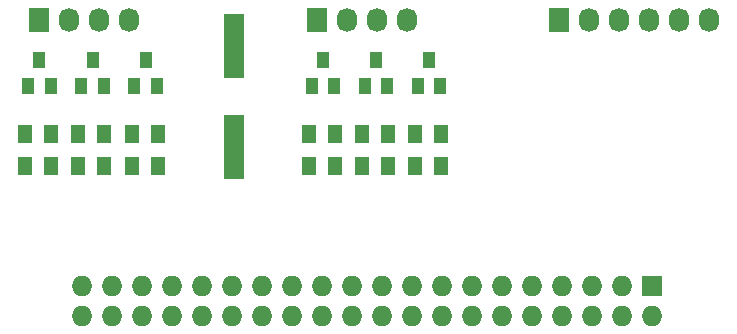
<source format=gbr>
G04 #@! TF.FileFunction,Soldermask,Top*
%FSLAX46Y46*%
G04 Gerber Fmt 4.6, Leading zero omitted, Abs format (unit mm)*
G04 Created by KiCad (PCBNEW 4.0.4-stable) date 02/07/17 10:52:47*
%MOMM*%
%LPD*%
G01*
G04 APERTURE LIST*
%ADD10C,0.100000*%
%ADD11R,1.727200X1.727200*%
%ADD12O,1.727200X1.727200*%
%ADD13R,1.800000X5.500000*%
%ADD14R,1.727200X2.032000*%
%ADD15O,1.727200X2.032000*%
%ADD16R,1.000000X1.400000*%
%ADD17R,1.300000X1.500000*%
G04 APERTURE END LIST*
D10*
D11*
X170900000Y-111520000D03*
D12*
X170900000Y-114060000D03*
X168360000Y-111520000D03*
X168360000Y-114060000D03*
X165820000Y-111520000D03*
X165820000Y-114060000D03*
X163280000Y-111520000D03*
X163280000Y-114060000D03*
X160740000Y-111520000D03*
X160740000Y-114060000D03*
X158200000Y-111520000D03*
X158200000Y-114060000D03*
X155660000Y-111520000D03*
X155660000Y-114060000D03*
X153120000Y-111520000D03*
X153120000Y-114060000D03*
X150580000Y-111520000D03*
X150580000Y-114060000D03*
X148040000Y-111520000D03*
X148040000Y-114060000D03*
X145500000Y-111520000D03*
X145500000Y-114060000D03*
X142960000Y-111520000D03*
X142960000Y-114060000D03*
X140420000Y-111520000D03*
X140420000Y-114060000D03*
X137880000Y-111520000D03*
X137880000Y-114060000D03*
X135340000Y-111520000D03*
X135340000Y-114060000D03*
X132800000Y-111520000D03*
X132800000Y-114060000D03*
X130260000Y-111520000D03*
X130260000Y-114060000D03*
X127720000Y-111520000D03*
X127720000Y-114060000D03*
X125180000Y-111520000D03*
X125180000Y-114060000D03*
X122640000Y-111520000D03*
X122640000Y-114060000D03*
D13*
X135500000Y-91200000D03*
X135500000Y-99800000D03*
D14*
X119000000Y-89000000D03*
D15*
X121540000Y-89000000D03*
X124080000Y-89000000D03*
X126620000Y-89000000D03*
D14*
X142500000Y-89000000D03*
D15*
X145040000Y-89000000D03*
X147580000Y-89000000D03*
X150120000Y-89000000D03*
D14*
X163000000Y-89000000D03*
D15*
X165540000Y-89000000D03*
X168080000Y-89000000D03*
X170620000Y-89000000D03*
X173160000Y-89000000D03*
X175700000Y-89000000D03*
D16*
X127050000Y-94600000D03*
X128950000Y-94600000D03*
X128000000Y-92400000D03*
X122550000Y-94600000D03*
X124450000Y-94600000D03*
X123500000Y-92400000D03*
X118050000Y-94600000D03*
X119950000Y-94600000D03*
X119000000Y-92400000D03*
X151050000Y-94600000D03*
X152950000Y-94600000D03*
X152000000Y-92400000D03*
X146550000Y-94600000D03*
X148450000Y-94600000D03*
X147500000Y-92400000D03*
X142050000Y-94600000D03*
X143950000Y-94600000D03*
X143000000Y-92400000D03*
D17*
X126800000Y-98650000D03*
X126800000Y-101350000D03*
X122300000Y-98650000D03*
X122300000Y-101350000D03*
X117800000Y-98650000D03*
X117800000Y-101350000D03*
X129000000Y-98650000D03*
X129000000Y-101350000D03*
X124500000Y-98650000D03*
X124500000Y-101350000D03*
X120000000Y-98650000D03*
X120000000Y-101350000D03*
X150800000Y-98650000D03*
X150800000Y-101350000D03*
X146300000Y-98650000D03*
X146300000Y-101350000D03*
X141800000Y-98650000D03*
X141800000Y-101350000D03*
X153000000Y-98650000D03*
X153000000Y-101350000D03*
X148500000Y-98650000D03*
X148500000Y-101350000D03*
X144000000Y-98650000D03*
X144000000Y-101350000D03*
M02*

</source>
